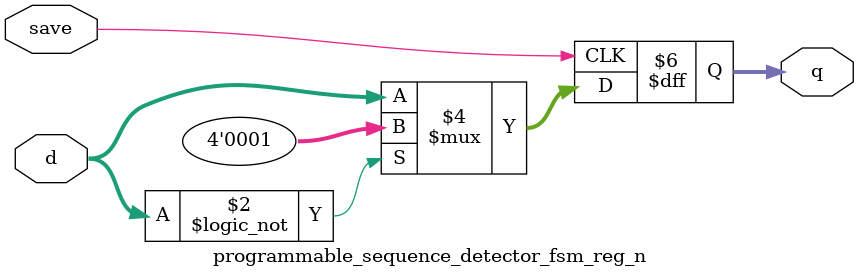
<source format=v>
module programmable_sequence_detector_fsm_reg_n(save, d, q);
	input            save;
	input      [3:0] d;
	output reg [3:0] q;
	always @(posedge save) begin
		if (d == 4'b0000) q <= 4'b0001; // Prevent zero from loaded as n.
		else q <= d;
	end
endmodule
</source>
